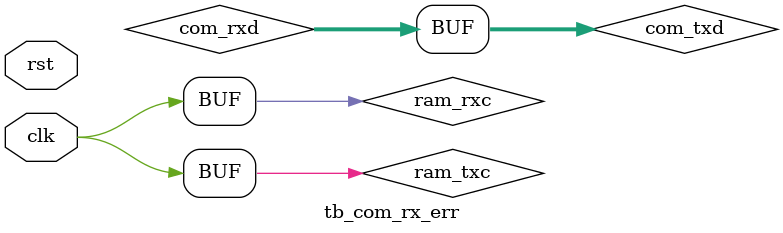
<source format=v>
module tb_com_rx_err(
    input clk,
    input rst
);

    reg [7:0] state; 
    reg [7:0] next_state;
    localparam IDLE = 8'h00, WAIT = 8'h01, DONE = 8'h02;
    localparam RAM_TX = 8'h10, RAM_RX = 8'h11;
    localparam PACK = 8'h20, TACK = 8'h21, PNAK = 8'h22, TNAK = 8'h23;
    localparam PSTALL = 8'h24, TSTALL = 8'h25;
    localparam WACK = 8'h28, RACK = 8'h29, WNAK = 8'h2A, RNAK = 8'h2B;
    localparam WSTALL = 8'h2C, RSTALL = 8'h2D;
    localparam PLINK = 8'h30, DLINK = 8'h31, PTYPE = 8'h32, DTYPE = 8'h33;
    localparam PTEMP = 8'h34, DTEMP = 8'h35, PDATA = 8'h36, DATA0 = 8'h37;
    localparam WLINK = 8'h38, RLINK = 8'h39, WTYPE = 8'h3A, RTYPE = 8'h3B;
    localparam WTEMP = 8'h3C, RTEMP = 8'h3D, WDATA = 8'h3E, RDATA = 8'h3F;

    wire ram_txc, ram_rxc;
    wire [11:0] ram_in_txa, ram_in_rxa;
    wire [7:0] ram_in_txd, ram_in_rxd;
    wire ram_in_txen;
    wire [11:0] ram_out_txa, ram_out_rxa;
    wire [7:0] ram_out_txd, ram_out_rxd;
    wire ram_out_txen;

    wire fs_ram_tx, fd_ram_tx;
    wire fs_typec_tx, fd_typec_tx;
    wire fs_com_rx, fd_com_rx;
    wire fs_ram_rx, fd_ram_rx;
    wire [7:0] com_rxd;

    wire [7:0] com_txd, com_rxd;

    reg [3:0] tx_btype;
    wire [3:0] rx_btype;
    wire [7:0] rx_bdata;
    wire [3:0] rx_didx, rx_ddidx;
    wire [3:0] rx_stat;
    wire [11:0] rx_data_len;


    localparam BAG_INIT = 4'b0000; 
    localparam BAG_ACK = 4'b0001, BAG_NAK = 4'b0010, BAG_STALL = 4'b0011;
    localparam BAG_DIDX = 4'b0101, BAG_DPARAM = 4'b0110, BAG_DDIDX = 4'b0111;
    localparam BAG_DLINK = 4'b1000, BAG_DTYPE = 4'b1001, BAG_DTEMP = 4'b1010;
    localparam BAG_DHEAD = 4'b1100, BAG_DATA0 = 4'b1101, BAG_DATA1 = 4'b1110;

    localparam RAM_ADDR = 12'h21;

    assign fs_ram_tx = (state == RAM_TX);
    assign fs_typec_tx = (state == TACK) || (state == TNAK) || (state == TSTALL) || (state == DLINK) || (state == DTYPE) || (state == DTEMP) || (state == DATA0);
    assign fd_com_rx = (state == RACK) || (state == RNAK) || (state == RSTALL) || (state == RLINK) || (state == RTYPE) || (state == RTEMP) || (state == RDATA);
    assign fs_ram_rx = (state == RAM_RX);
    assign ram_txc = clk;
    assign ram_rxc = clk;
    assign com_rxd = com_txd;
    
    always@(posedge clk or posedge rst) begin
        if(rst) state <= IDLE;
        else state <= next_state;
    end
    
    always@(*) begin
        case(state)
            IDLE: next_state <= WAIT;
            WAIT: next_state <= RAM_TX;
            RAM_TX: begin
                if(fd_ram_tx) next_state <= PACK;
                else next_state <= RAM_TX;
            end
            PACK: next_state <= TACK;
            TACK: begin
                if(fd_typec_tx) next_state <= WACK;
                else next_state <= TACK;
            end
            WACK: begin
                if(fs_com_rx) next_state <= RACK;
                else next_state <= WACK;
            end
            RACK: begin
                if(~fs_com_rx) next_state <= PNAK;
                else next_state <= RACK;
            end
            
            PNAK: next_state <= TNAK;
            TNAK: begin
                if(fd_typec_tx) next_state <= WNAK;
                else next_state <= TNAK;
            end
            WNAK: begin
                if(fs_com_rx) next_state <= RNAK;  
                else next_state <= WNAK;
            end
            RNAK: begin
                if(~fs_com_rx) next_state <= PSTALL;
                else next_state <= RNAK;
            end

            PSTALL: next_state <= TSTALL;
            TSTALL: begin
                if(fd_typec_tx) next_state <= WSTALL;
                else next_state <= TSTALL;
            end
            WSTALL: begin
                if(fs_com_rx) next_state <= RSTALL;
                else next_state <= WSTALL;
            end
            RSTALL: begin
                if(~fs_com_rx) next_state <= PLINK;
                else next_state <= RSTALL;
            end
            
            PLINK: next_state <= DLINK;
            DLINK: begin
                if(fd_typec_tx) next_state <= WLINK;
                else next_state <= DLINK;
            end
            WLINK: begin
                if(fs_com_rx) next_state <= RLINK;
                else next_state <= WLINK;
            end
            RLINK: begin
                if(~fs_com_rx) next_state <= PTYPE;
                else next_state <= RLINK;
            end

            PTYPE: next_state <= DTYPE;
            DTYPE: begin
                if(fd_typec_tx) next_state <= WTYPE;
                else next_state <= DTYPE;
            end
            WTYPE: begin
                if(fs_com_rx) next_state <= RTYPE;
                else next_state <= WTYPE;
            end
            RTYPE: begin
                if(~fs_com_rx) next_state <= PTEMP;
                else next_state <= RTYPE;
            end

            PTEMP: next_state <= DTEMP;
            DTEMP: begin
                if(fd_typec_tx) next_state <= WTEMP;
                else next_state <= DTEMP;
            end
            WTEMP: begin
                if(fs_com_rx) next_state <= RTEMP;
                else next_state <= WTEMP;
            end
            RTEMP: begin
                if(~fs_com_rx) next_state <= PDATA;
                else next_state <= RTEMP;
            end

            PDATA: next_state <= DATA0;
            DATA0: begin
                if(fd_typec_tx) next_state <= WDATA;
                else next_state <= DATA0;
            end
            WDATA: begin
                if(fs_com_rx) next_state <= RDATA;
                else next_state <= WDATA;
            end
            RDATA: begin
                if(~fs_com_rx) next_state <= RAM_RX;
                else next_state <= RDATA;
            end
            RAM_RX: begin
                if(fd_ram_rx) next_state <= DONE;
                else next_state <= RAM_RX;
            end

            DONE: next_state <= PACK;
            default: next_state <= IDLE;
        endcase
    end

    always@(posedge clk or posedge rst) begin
        if(rst) tx_btype <= BAG_INIT;
        else if(state == PACK) tx_btype <= BAG_ACK;
        else if(state == PNAK) tx_btype <= BAG_NAK;
        else if(state == PSTALL) tx_btype <= BAG_STALL;
        else if(state == PLINK) tx_btype <= BAG_DLINK;
        else if(state == PTYPE) tx_btype <= BAG_DTYPE;
        else if(state == PTEMP) tx_btype <= BAG_DTEMP;
        else if(state == PDATA) tx_btype <= BAG_DATA0;
        else tx_btype <= tx_btype;
    end


    ram_tx
    ram_tx_dut(
        .clk(ram_txc),
        .rst(rst),

        .fs(fs_ram_tx),
        .fd(fd_ram_tx),

        .addr_init(12'h000),
        .data_len(12'h800),

        .ram_txa(ram_in_txa),
        .ram_txd(ram_in_txd),
        .ram_txen(ram_in_txen)
    );

    ram_rx
    ram_rx_dut(
        .clk(ram_rxc),
        .rst(rst),
        .fs(fs_ram_rx),
        .fd(fd_ram_rx),
        .ram_rxa_init(RAM_ADDR),
        .data_len(12'h055),
        .ram_rxa(ram_out_rxa),
        .ram_rxd(ram_out_rxd)
    );    


    typec_tx_err
    typec_tx_err_dut(
        .clk(ram_rxc),
        .rst(rst),

        .fs(fs_typec_tx),
        .fd(fd_typec_tx),

        .ram_addr_init(12'h031),
        .data_len(12'h050),

        .btype(tx_btype),

        .didx(4'h5),
        .type(8'hFF),
        .temp(8'h63),
        .head(8'h4F),

        .ram_rxd(ram_in_rxd),
        .ram_rxa(ram_in_rxa),
        .com_txd(com_txd)
    );

    com_rx
    com_rx_dut(
        .clk(ram_txc),
        .rst(rst),

        .fs(fs_com_rx),
        .fd(fd_com_rx),

        .com_rxd(com_rxd),
        .btype(rx_btype),
        .bdata(rx_bdata),
        .device_idx(rx_didx),
        .data_idx(rx_ddidx),
        .device_stat(rx_stat),

        .ram_txa_init(RAM_ADDR),
        .ram_txa(ram_out_txa),
        .ram_txd(ram_out_txd),
        .ram_txen(ram_out_txen),
        .data_len(rx_data_len)

    );

    ram
    ram_in(
        .clka(ram_txc),
        .addra(ram_in_txa),
        .dina(ram_in_txd),
        .wea(ram_in_txen),

        .clkb(ram_rxc),
        .addrb(ram_in_rxa),
        .doutb(ram_in_rxd)
    );

    ram
    ram_out(
        .clka(ram_txc),
        .addra(ram_out_txa),
        .dina(ram_out_txd),
        .wea(ram_out_txen),

        .clkb(ram_rxc),
        .addrb(ram_out_rxa),
        .doutb(ram_out_rxd)
    );



endmodule
</source>
